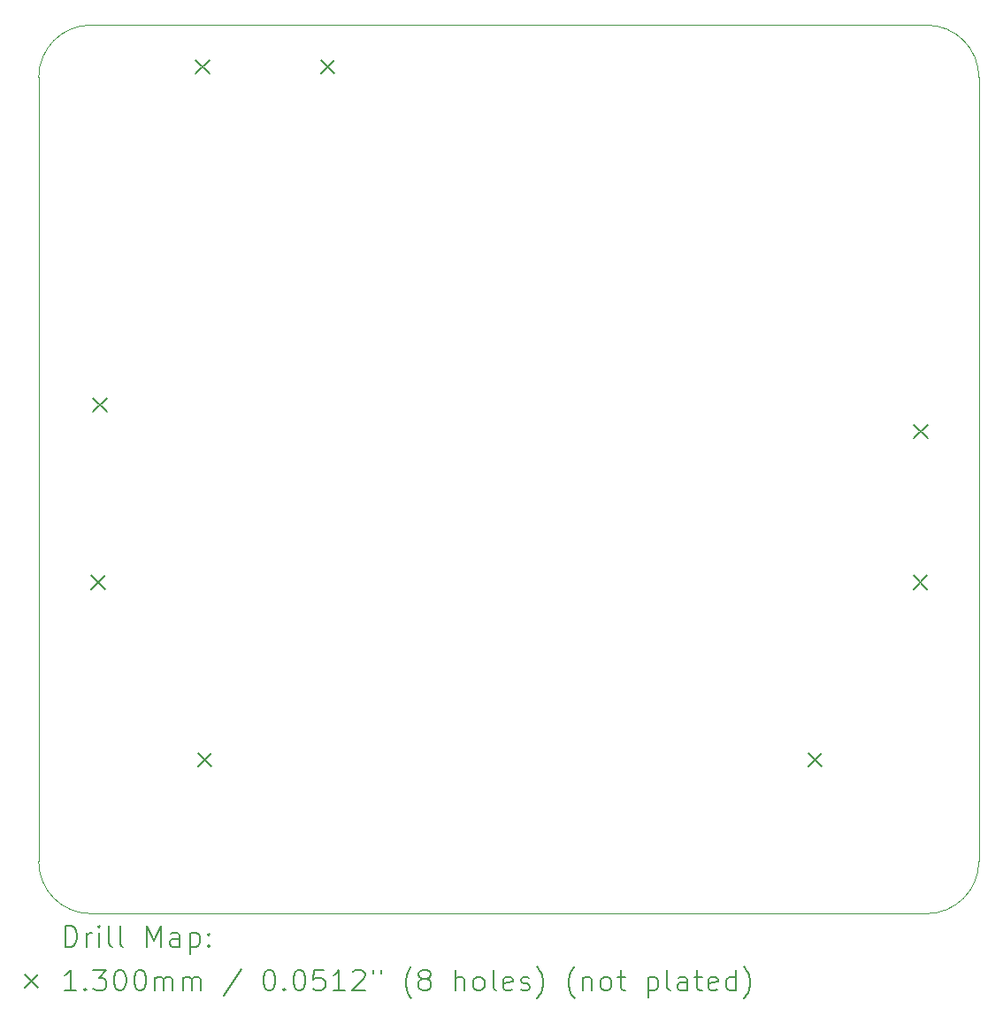
<source format=gbr>
%TF.GenerationSoftware,KiCad,Pcbnew,8.0.1-rc1*%
%TF.CreationDate,2024-04-06T08:29:02-04:00*%
%TF.ProjectId,ESP32_CHUNGUS_RAPIDUS,45535033-325f-4434-9855-4e4755535f52,rev?*%
%TF.SameCoordinates,Original*%
%TF.FileFunction,Drillmap*%
%TF.FilePolarity,Positive*%
%FSLAX45Y45*%
G04 Gerber Fmt 4.5, Leading zero omitted, Abs format (unit mm)*
G04 Created by KiCad (PCBNEW 8.0.1-rc1) date 2024-04-06 08:29:02*
%MOMM*%
%LPD*%
G01*
G04 APERTURE LIST*
%ADD10C,0.100000*%
%ADD11C,0.200000*%
%ADD12C,0.130000*%
G04 APERTURE END LIST*
D10*
X4010000Y-10270000D02*
G75*
G02*
X3510000Y-9770000I0J500000D01*
G01*
X3510000Y-2270000D02*
X3510000Y-9770000D01*
X8010000Y-1770000D02*
X12010000Y-1770000D01*
X12510000Y-9770000D02*
G75*
G02*
X12010000Y-10270000I-500000J0D01*
G01*
X12010000Y-1770000D02*
G75*
G02*
X12510000Y-2270000I0J-500000D01*
G01*
X12510000Y-2270000D02*
X12510000Y-9770000D01*
X8010000Y-1770000D02*
X4010000Y-1770000D01*
X12010000Y-10270000D02*
X4010000Y-10270000D01*
X3510000Y-2270000D02*
G75*
G02*
X4010000Y-1770000I500000J0D01*
G01*
D11*
D12*
X4015000Y-7035000D02*
X4145000Y-7165000D01*
X4145000Y-7035000D02*
X4015000Y-7165000D01*
X4031000Y-5340000D02*
X4161000Y-5470000D01*
X4161000Y-5340000D02*
X4031000Y-5470000D01*
X5015000Y-2105000D02*
X5145000Y-2235000D01*
X5145000Y-2105000D02*
X5015000Y-2235000D01*
X5035000Y-8735000D02*
X5165000Y-8865000D01*
X5165000Y-8735000D02*
X5035000Y-8865000D01*
X6212000Y-2104000D02*
X6342000Y-2234000D01*
X6342000Y-2104000D02*
X6212000Y-2234000D01*
X10875000Y-8735000D02*
X11005000Y-8865000D01*
X11005000Y-8735000D02*
X10875000Y-8865000D01*
X11885000Y-7035000D02*
X12015000Y-7165000D01*
X12015000Y-7035000D02*
X11885000Y-7165000D01*
X11889000Y-5590000D02*
X12019000Y-5720000D01*
X12019000Y-5590000D02*
X11889000Y-5720000D01*
D11*
X3765777Y-10586484D02*
X3765777Y-10386484D01*
X3765777Y-10386484D02*
X3813396Y-10386484D01*
X3813396Y-10386484D02*
X3841967Y-10396008D01*
X3841967Y-10396008D02*
X3861015Y-10415055D01*
X3861015Y-10415055D02*
X3870539Y-10434103D01*
X3870539Y-10434103D02*
X3880062Y-10472198D01*
X3880062Y-10472198D02*
X3880062Y-10500770D01*
X3880062Y-10500770D02*
X3870539Y-10538865D01*
X3870539Y-10538865D02*
X3861015Y-10557912D01*
X3861015Y-10557912D02*
X3841967Y-10576960D01*
X3841967Y-10576960D02*
X3813396Y-10586484D01*
X3813396Y-10586484D02*
X3765777Y-10586484D01*
X3965777Y-10586484D02*
X3965777Y-10453150D01*
X3965777Y-10491246D02*
X3975301Y-10472198D01*
X3975301Y-10472198D02*
X3984824Y-10462674D01*
X3984824Y-10462674D02*
X4003872Y-10453150D01*
X4003872Y-10453150D02*
X4022920Y-10453150D01*
X4089586Y-10586484D02*
X4089586Y-10453150D01*
X4089586Y-10386484D02*
X4080062Y-10396008D01*
X4080062Y-10396008D02*
X4089586Y-10405531D01*
X4089586Y-10405531D02*
X4099110Y-10396008D01*
X4099110Y-10396008D02*
X4089586Y-10386484D01*
X4089586Y-10386484D02*
X4089586Y-10405531D01*
X4213396Y-10586484D02*
X4194348Y-10576960D01*
X4194348Y-10576960D02*
X4184824Y-10557912D01*
X4184824Y-10557912D02*
X4184824Y-10386484D01*
X4318158Y-10586484D02*
X4299110Y-10576960D01*
X4299110Y-10576960D02*
X4289586Y-10557912D01*
X4289586Y-10557912D02*
X4289586Y-10386484D01*
X4546729Y-10586484D02*
X4546729Y-10386484D01*
X4546729Y-10386484D02*
X4613396Y-10529341D01*
X4613396Y-10529341D02*
X4680063Y-10386484D01*
X4680063Y-10386484D02*
X4680063Y-10586484D01*
X4861015Y-10586484D02*
X4861015Y-10481722D01*
X4861015Y-10481722D02*
X4851491Y-10462674D01*
X4851491Y-10462674D02*
X4832444Y-10453150D01*
X4832444Y-10453150D02*
X4794348Y-10453150D01*
X4794348Y-10453150D02*
X4775301Y-10462674D01*
X4861015Y-10576960D02*
X4841967Y-10586484D01*
X4841967Y-10586484D02*
X4794348Y-10586484D01*
X4794348Y-10586484D02*
X4775301Y-10576960D01*
X4775301Y-10576960D02*
X4765777Y-10557912D01*
X4765777Y-10557912D02*
X4765777Y-10538865D01*
X4765777Y-10538865D02*
X4775301Y-10519817D01*
X4775301Y-10519817D02*
X4794348Y-10510293D01*
X4794348Y-10510293D02*
X4841967Y-10510293D01*
X4841967Y-10510293D02*
X4861015Y-10500770D01*
X4956253Y-10453150D02*
X4956253Y-10653150D01*
X4956253Y-10462674D02*
X4975301Y-10453150D01*
X4975301Y-10453150D02*
X5013396Y-10453150D01*
X5013396Y-10453150D02*
X5032444Y-10462674D01*
X5032444Y-10462674D02*
X5041967Y-10472198D01*
X5041967Y-10472198D02*
X5051491Y-10491246D01*
X5051491Y-10491246D02*
X5051491Y-10548389D01*
X5051491Y-10548389D02*
X5041967Y-10567436D01*
X5041967Y-10567436D02*
X5032444Y-10576960D01*
X5032444Y-10576960D02*
X5013396Y-10586484D01*
X5013396Y-10586484D02*
X4975301Y-10586484D01*
X4975301Y-10586484D02*
X4956253Y-10576960D01*
X5137205Y-10567436D02*
X5146729Y-10576960D01*
X5146729Y-10576960D02*
X5137205Y-10586484D01*
X5137205Y-10586484D02*
X5127682Y-10576960D01*
X5127682Y-10576960D02*
X5137205Y-10567436D01*
X5137205Y-10567436D02*
X5137205Y-10586484D01*
X5137205Y-10462674D02*
X5146729Y-10472198D01*
X5146729Y-10472198D02*
X5137205Y-10481722D01*
X5137205Y-10481722D02*
X5127682Y-10472198D01*
X5127682Y-10472198D02*
X5137205Y-10462674D01*
X5137205Y-10462674D02*
X5137205Y-10481722D01*
D12*
X3375000Y-10850000D02*
X3505000Y-10980000D01*
X3505000Y-10850000D02*
X3375000Y-10980000D01*
D11*
X3870539Y-11006484D02*
X3756253Y-11006484D01*
X3813396Y-11006484D02*
X3813396Y-10806484D01*
X3813396Y-10806484D02*
X3794348Y-10835055D01*
X3794348Y-10835055D02*
X3775301Y-10854103D01*
X3775301Y-10854103D02*
X3756253Y-10863627D01*
X3956253Y-10987436D02*
X3965777Y-10996960D01*
X3965777Y-10996960D02*
X3956253Y-11006484D01*
X3956253Y-11006484D02*
X3946729Y-10996960D01*
X3946729Y-10996960D02*
X3956253Y-10987436D01*
X3956253Y-10987436D02*
X3956253Y-11006484D01*
X4032443Y-10806484D02*
X4156253Y-10806484D01*
X4156253Y-10806484D02*
X4089586Y-10882674D01*
X4089586Y-10882674D02*
X4118158Y-10882674D01*
X4118158Y-10882674D02*
X4137205Y-10892198D01*
X4137205Y-10892198D02*
X4146729Y-10901722D01*
X4146729Y-10901722D02*
X4156253Y-10920770D01*
X4156253Y-10920770D02*
X4156253Y-10968389D01*
X4156253Y-10968389D02*
X4146729Y-10987436D01*
X4146729Y-10987436D02*
X4137205Y-10996960D01*
X4137205Y-10996960D02*
X4118158Y-11006484D01*
X4118158Y-11006484D02*
X4061015Y-11006484D01*
X4061015Y-11006484D02*
X4041967Y-10996960D01*
X4041967Y-10996960D02*
X4032443Y-10987436D01*
X4280063Y-10806484D02*
X4299110Y-10806484D01*
X4299110Y-10806484D02*
X4318158Y-10816008D01*
X4318158Y-10816008D02*
X4327682Y-10825531D01*
X4327682Y-10825531D02*
X4337205Y-10844579D01*
X4337205Y-10844579D02*
X4346729Y-10882674D01*
X4346729Y-10882674D02*
X4346729Y-10930293D01*
X4346729Y-10930293D02*
X4337205Y-10968389D01*
X4337205Y-10968389D02*
X4327682Y-10987436D01*
X4327682Y-10987436D02*
X4318158Y-10996960D01*
X4318158Y-10996960D02*
X4299110Y-11006484D01*
X4299110Y-11006484D02*
X4280063Y-11006484D01*
X4280063Y-11006484D02*
X4261015Y-10996960D01*
X4261015Y-10996960D02*
X4251491Y-10987436D01*
X4251491Y-10987436D02*
X4241967Y-10968389D01*
X4241967Y-10968389D02*
X4232444Y-10930293D01*
X4232444Y-10930293D02*
X4232444Y-10882674D01*
X4232444Y-10882674D02*
X4241967Y-10844579D01*
X4241967Y-10844579D02*
X4251491Y-10825531D01*
X4251491Y-10825531D02*
X4261015Y-10816008D01*
X4261015Y-10816008D02*
X4280063Y-10806484D01*
X4470539Y-10806484D02*
X4489586Y-10806484D01*
X4489586Y-10806484D02*
X4508634Y-10816008D01*
X4508634Y-10816008D02*
X4518158Y-10825531D01*
X4518158Y-10825531D02*
X4527682Y-10844579D01*
X4527682Y-10844579D02*
X4537205Y-10882674D01*
X4537205Y-10882674D02*
X4537205Y-10930293D01*
X4537205Y-10930293D02*
X4527682Y-10968389D01*
X4527682Y-10968389D02*
X4518158Y-10987436D01*
X4518158Y-10987436D02*
X4508634Y-10996960D01*
X4508634Y-10996960D02*
X4489586Y-11006484D01*
X4489586Y-11006484D02*
X4470539Y-11006484D01*
X4470539Y-11006484D02*
X4451491Y-10996960D01*
X4451491Y-10996960D02*
X4441967Y-10987436D01*
X4441967Y-10987436D02*
X4432444Y-10968389D01*
X4432444Y-10968389D02*
X4422920Y-10930293D01*
X4422920Y-10930293D02*
X4422920Y-10882674D01*
X4422920Y-10882674D02*
X4432444Y-10844579D01*
X4432444Y-10844579D02*
X4441967Y-10825531D01*
X4441967Y-10825531D02*
X4451491Y-10816008D01*
X4451491Y-10816008D02*
X4470539Y-10806484D01*
X4622920Y-11006484D02*
X4622920Y-10873150D01*
X4622920Y-10892198D02*
X4632444Y-10882674D01*
X4632444Y-10882674D02*
X4651491Y-10873150D01*
X4651491Y-10873150D02*
X4680063Y-10873150D01*
X4680063Y-10873150D02*
X4699110Y-10882674D01*
X4699110Y-10882674D02*
X4708634Y-10901722D01*
X4708634Y-10901722D02*
X4708634Y-11006484D01*
X4708634Y-10901722D02*
X4718158Y-10882674D01*
X4718158Y-10882674D02*
X4737205Y-10873150D01*
X4737205Y-10873150D02*
X4765777Y-10873150D01*
X4765777Y-10873150D02*
X4784825Y-10882674D01*
X4784825Y-10882674D02*
X4794348Y-10901722D01*
X4794348Y-10901722D02*
X4794348Y-11006484D01*
X4889586Y-11006484D02*
X4889586Y-10873150D01*
X4889586Y-10892198D02*
X4899110Y-10882674D01*
X4899110Y-10882674D02*
X4918158Y-10873150D01*
X4918158Y-10873150D02*
X4946729Y-10873150D01*
X4946729Y-10873150D02*
X4965777Y-10882674D01*
X4965777Y-10882674D02*
X4975301Y-10901722D01*
X4975301Y-10901722D02*
X4975301Y-11006484D01*
X4975301Y-10901722D02*
X4984825Y-10882674D01*
X4984825Y-10882674D02*
X5003872Y-10873150D01*
X5003872Y-10873150D02*
X5032444Y-10873150D01*
X5032444Y-10873150D02*
X5051491Y-10882674D01*
X5051491Y-10882674D02*
X5061015Y-10901722D01*
X5061015Y-10901722D02*
X5061015Y-11006484D01*
X5451491Y-10796960D02*
X5280063Y-11054103D01*
X5708634Y-10806484D02*
X5727682Y-10806484D01*
X5727682Y-10806484D02*
X5746729Y-10816008D01*
X5746729Y-10816008D02*
X5756253Y-10825531D01*
X5756253Y-10825531D02*
X5765777Y-10844579D01*
X5765777Y-10844579D02*
X5775301Y-10882674D01*
X5775301Y-10882674D02*
X5775301Y-10930293D01*
X5775301Y-10930293D02*
X5765777Y-10968389D01*
X5765777Y-10968389D02*
X5756253Y-10987436D01*
X5756253Y-10987436D02*
X5746729Y-10996960D01*
X5746729Y-10996960D02*
X5727682Y-11006484D01*
X5727682Y-11006484D02*
X5708634Y-11006484D01*
X5708634Y-11006484D02*
X5689586Y-10996960D01*
X5689586Y-10996960D02*
X5680063Y-10987436D01*
X5680063Y-10987436D02*
X5670539Y-10968389D01*
X5670539Y-10968389D02*
X5661015Y-10930293D01*
X5661015Y-10930293D02*
X5661015Y-10882674D01*
X5661015Y-10882674D02*
X5670539Y-10844579D01*
X5670539Y-10844579D02*
X5680063Y-10825531D01*
X5680063Y-10825531D02*
X5689586Y-10816008D01*
X5689586Y-10816008D02*
X5708634Y-10806484D01*
X5861015Y-10987436D02*
X5870539Y-10996960D01*
X5870539Y-10996960D02*
X5861015Y-11006484D01*
X5861015Y-11006484D02*
X5851491Y-10996960D01*
X5851491Y-10996960D02*
X5861015Y-10987436D01*
X5861015Y-10987436D02*
X5861015Y-11006484D01*
X5994348Y-10806484D02*
X6013396Y-10806484D01*
X6013396Y-10806484D02*
X6032444Y-10816008D01*
X6032444Y-10816008D02*
X6041967Y-10825531D01*
X6041967Y-10825531D02*
X6051491Y-10844579D01*
X6051491Y-10844579D02*
X6061015Y-10882674D01*
X6061015Y-10882674D02*
X6061015Y-10930293D01*
X6061015Y-10930293D02*
X6051491Y-10968389D01*
X6051491Y-10968389D02*
X6041967Y-10987436D01*
X6041967Y-10987436D02*
X6032444Y-10996960D01*
X6032444Y-10996960D02*
X6013396Y-11006484D01*
X6013396Y-11006484D02*
X5994348Y-11006484D01*
X5994348Y-11006484D02*
X5975301Y-10996960D01*
X5975301Y-10996960D02*
X5965777Y-10987436D01*
X5965777Y-10987436D02*
X5956253Y-10968389D01*
X5956253Y-10968389D02*
X5946729Y-10930293D01*
X5946729Y-10930293D02*
X5946729Y-10882674D01*
X5946729Y-10882674D02*
X5956253Y-10844579D01*
X5956253Y-10844579D02*
X5965777Y-10825531D01*
X5965777Y-10825531D02*
X5975301Y-10816008D01*
X5975301Y-10816008D02*
X5994348Y-10806484D01*
X6241967Y-10806484D02*
X6146729Y-10806484D01*
X6146729Y-10806484D02*
X6137206Y-10901722D01*
X6137206Y-10901722D02*
X6146729Y-10892198D01*
X6146729Y-10892198D02*
X6165777Y-10882674D01*
X6165777Y-10882674D02*
X6213396Y-10882674D01*
X6213396Y-10882674D02*
X6232444Y-10892198D01*
X6232444Y-10892198D02*
X6241967Y-10901722D01*
X6241967Y-10901722D02*
X6251491Y-10920770D01*
X6251491Y-10920770D02*
X6251491Y-10968389D01*
X6251491Y-10968389D02*
X6241967Y-10987436D01*
X6241967Y-10987436D02*
X6232444Y-10996960D01*
X6232444Y-10996960D02*
X6213396Y-11006484D01*
X6213396Y-11006484D02*
X6165777Y-11006484D01*
X6165777Y-11006484D02*
X6146729Y-10996960D01*
X6146729Y-10996960D02*
X6137206Y-10987436D01*
X6441967Y-11006484D02*
X6327682Y-11006484D01*
X6384825Y-11006484D02*
X6384825Y-10806484D01*
X6384825Y-10806484D02*
X6365777Y-10835055D01*
X6365777Y-10835055D02*
X6346729Y-10854103D01*
X6346729Y-10854103D02*
X6327682Y-10863627D01*
X6518158Y-10825531D02*
X6527682Y-10816008D01*
X6527682Y-10816008D02*
X6546729Y-10806484D01*
X6546729Y-10806484D02*
X6594348Y-10806484D01*
X6594348Y-10806484D02*
X6613396Y-10816008D01*
X6613396Y-10816008D02*
X6622920Y-10825531D01*
X6622920Y-10825531D02*
X6632444Y-10844579D01*
X6632444Y-10844579D02*
X6632444Y-10863627D01*
X6632444Y-10863627D02*
X6622920Y-10892198D01*
X6622920Y-10892198D02*
X6508634Y-11006484D01*
X6508634Y-11006484D02*
X6632444Y-11006484D01*
X6708634Y-10806484D02*
X6708634Y-10844579D01*
X6784825Y-10806484D02*
X6784825Y-10844579D01*
X7080063Y-11082674D02*
X7070539Y-11073150D01*
X7070539Y-11073150D02*
X7051491Y-11044579D01*
X7051491Y-11044579D02*
X7041968Y-11025531D01*
X7041968Y-11025531D02*
X7032444Y-10996960D01*
X7032444Y-10996960D02*
X7022920Y-10949341D01*
X7022920Y-10949341D02*
X7022920Y-10911246D01*
X7022920Y-10911246D02*
X7032444Y-10863627D01*
X7032444Y-10863627D02*
X7041968Y-10835055D01*
X7041968Y-10835055D02*
X7051491Y-10816008D01*
X7051491Y-10816008D02*
X7070539Y-10787436D01*
X7070539Y-10787436D02*
X7080063Y-10777912D01*
X7184825Y-10892198D02*
X7165777Y-10882674D01*
X7165777Y-10882674D02*
X7156253Y-10873150D01*
X7156253Y-10873150D02*
X7146729Y-10854103D01*
X7146729Y-10854103D02*
X7146729Y-10844579D01*
X7146729Y-10844579D02*
X7156253Y-10825531D01*
X7156253Y-10825531D02*
X7165777Y-10816008D01*
X7165777Y-10816008D02*
X7184825Y-10806484D01*
X7184825Y-10806484D02*
X7222920Y-10806484D01*
X7222920Y-10806484D02*
X7241968Y-10816008D01*
X7241968Y-10816008D02*
X7251491Y-10825531D01*
X7251491Y-10825531D02*
X7261015Y-10844579D01*
X7261015Y-10844579D02*
X7261015Y-10854103D01*
X7261015Y-10854103D02*
X7251491Y-10873150D01*
X7251491Y-10873150D02*
X7241968Y-10882674D01*
X7241968Y-10882674D02*
X7222920Y-10892198D01*
X7222920Y-10892198D02*
X7184825Y-10892198D01*
X7184825Y-10892198D02*
X7165777Y-10901722D01*
X7165777Y-10901722D02*
X7156253Y-10911246D01*
X7156253Y-10911246D02*
X7146729Y-10930293D01*
X7146729Y-10930293D02*
X7146729Y-10968389D01*
X7146729Y-10968389D02*
X7156253Y-10987436D01*
X7156253Y-10987436D02*
X7165777Y-10996960D01*
X7165777Y-10996960D02*
X7184825Y-11006484D01*
X7184825Y-11006484D02*
X7222920Y-11006484D01*
X7222920Y-11006484D02*
X7241968Y-10996960D01*
X7241968Y-10996960D02*
X7251491Y-10987436D01*
X7251491Y-10987436D02*
X7261015Y-10968389D01*
X7261015Y-10968389D02*
X7261015Y-10930293D01*
X7261015Y-10930293D02*
X7251491Y-10911246D01*
X7251491Y-10911246D02*
X7241968Y-10901722D01*
X7241968Y-10901722D02*
X7222920Y-10892198D01*
X7499110Y-11006484D02*
X7499110Y-10806484D01*
X7584825Y-11006484D02*
X7584825Y-10901722D01*
X7584825Y-10901722D02*
X7575301Y-10882674D01*
X7575301Y-10882674D02*
X7556253Y-10873150D01*
X7556253Y-10873150D02*
X7527682Y-10873150D01*
X7527682Y-10873150D02*
X7508634Y-10882674D01*
X7508634Y-10882674D02*
X7499110Y-10892198D01*
X7708634Y-11006484D02*
X7689587Y-10996960D01*
X7689587Y-10996960D02*
X7680063Y-10987436D01*
X7680063Y-10987436D02*
X7670539Y-10968389D01*
X7670539Y-10968389D02*
X7670539Y-10911246D01*
X7670539Y-10911246D02*
X7680063Y-10892198D01*
X7680063Y-10892198D02*
X7689587Y-10882674D01*
X7689587Y-10882674D02*
X7708634Y-10873150D01*
X7708634Y-10873150D02*
X7737206Y-10873150D01*
X7737206Y-10873150D02*
X7756253Y-10882674D01*
X7756253Y-10882674D02*
X7765777Y-10892198D01*
X7765777Y-10892198D02*
X7775301Y-10911246D01*
X7775301Y-10911246D02*
X7775301Y-10968389D01*
X7775301Y-10968389D02*
X7765777Y-10987436D01*
X7765777Y-10987436D02*
X7756253Y-10996960D01*
X7756253Y-10996960D02*
X7737206Y-11006484D01*
X7737206Y-11006484D02*
X7708634Y-11006484D01*
X7889587Y-11006484D02*
X7870539Y-10996960D01*
X7870539Y-10996960D02*
X7861015Y-10977912D01*
X7861015Y-10977912D02*
X7861015Y-10806484D01*
X8041968Y-10996960D02*
X8022920Y-11006484D01*
X8022920Y-11006484D02*
X7984825Y-11006484D01*
X7984825Y-11006484D02*
X7965777Y-10996960D01*
X7965777Y-10996960D02*
X7956253Y-10977912D01*
X7956253Y-10977912D02*
X7956253Y-10901722D01*
X7956253Y-10901722D02*
X7965777Y-10882674D01*
X7965777Y-10882674D02*
X7984825Y-10873150D01*
X7984825Y-10873150D02*
X8022920Y-10873150D01*
X8022920Y-10873150D02*
X8041968Y-10882674D01*
X8041968Y-10882674D02*
X8051491Y-10901722D01*
X8051491Y-10901722D02*
X8051491Y-10920770D01*
X8051491Y-10920770D02*
X7956253Y-10939817D01*
X8127682Y-10996960D02*
X8146730Y-11006484D01*
X8146730Y-11006484D02*
X8184825Y-11006484D01*
X8184825Y-11006484D02*
X8203872Y-10996960D01*
X8203872Y-10996960D02*
X8213396Y-10977912D01*
X8213396Y-10977912D02*
X8213396Y-10968389D01*
X8213396Y-10968389D02*
X8203872Y-10949341D01*
X8203872Y-10949341D02*
X8184825Y-10939817D01*
X8184825Y-10939817D02*
X8156253Y-10939817D01*
X8156253Y-10939817D02*
X8137206Y-10930293D01*
X8137206Y-10930293D02*
X8127682Y-10911246D01*
X8127682Y-10911246D02*
X8127682Y-10901722D01*
X8127682Y-10901722D02*
X8137206Y-10882674D01*
X8137206Y-10882674D02*
X8156253Y-10873150D01*
X8156253Y-10873150D02*
X8184825Y-10873150D01*
X8184825Y-10873150D02*
X8203872Y-10882674D01*
X8280063Y-11082674D02*
X8289587Y-11073150D01*
X8289587Y-11073150D02*
X8308634Y-11044579D01*
X8308634Y-11044579D02*
X8318158Y-11025531D01*
X8318158Y-11025531D02*
X8327682Y-10996960D01*
X8327682Y-10996960D02*
X8337206Y-10949341D01*
X8337206Y-10949341D02*
X8337206Y-10911246D01*
X8337206Y-10911246D02*
X8327682Y-10863627D01*
X8327682Y-10863627D02*
X8318158Y-10835055D01*
X8318158Y-10835055D02*
X8308634Y-10816008D01*
X8308634Y-10816008D02*
X8289587Y-10787436D01*
X8289587Y-10787436D02*
X8280063Y-10777912D01*
X8641968Y-11082674D02*
X8632444Y-11073150D01*
X8632444Y-11073150D02*
X8613396Y-11044579D01*
X8613396Y-11044579D02*
X8603873Y-11025531D01*
X8603873Y-11025531D02*
X8594349Y-10996960D01*
X8594349Y-10996960D02*
X8584825Y-10949341D01*
X8584825Y-10949341D02*
X8584825Y-10911246D01*
X8584825Y-10911246D02*
X8594349Y-10863627D01*
X8594349Y-10863627D02*
X8603873Y-10835055D01*
X8603873Y-10835055D02*
X8613396Y-10816008D01*
X8613396Y-10816008D02*
X8632444Y-10787436D01*
X8632444Y-10787436D02*
X8641968Y-10777912D01*
X8718158Y-10873150D02*
X8718158Y-11006484D01*
X8718158Y-10892198D02*
X8727682Y-10882674D01*
X8727682Y-10882674D02*
X8746730Y-10873150D01*
X8746730Y-10873150D02*
X8775301Y-10873150D01*
X8775301Y-10873150D02*
X8794349Y-10882674D01*
X8794349Y-10882674D02*
X8803873Y-10901722D01*
X8803873Y-10901722D02*
X8803873Y-11006484D01*
X8927682Y-11006484D02*
X8908634Y-10996960D01*
X8908634Y-10996960D02*
X8899111Y-10987436D01*
X8899111Y-10987436D02*
X8889587Y-10968389D01*
X8889587Y-10968389D02*
X8889587Y-10911246D01*
X8889587Y-10911246D02*
X8899111Y-10892198D01*
X8899111Y-10892198D02*
X8908634Y-10882674D01*
X8908634Y-10882674D02*
X8927682Y-10873150D01*
X8927682Y-10873150D02*
X8956254Y-10873150D01*
X8956254Y-10873150D02*
X8975301Y-10882674D01*
X8975301Y-10882674D02*
X8984825Y-10892198D01*
X8984825Y-10892198D02*
X8994349Y-10911246D01*
X8994349Y-10911246D02*
X8994349Y-10968389D01*
X8994349Y-10968389D02*
X8984825Y-10987436D01*
X8984825Y-10987436D02*
X8975301Y-10996960D01*
X8975301Y-10996960D02*
X8956254Y-11006484D01*
X8956254Y-11006484D02*
X8927682Y-11006484D01*
X9051492Y-10873150D02*
X9127682Y-10873150D01*
X9080063Y-10806484D02*
X9080063Y-10977912D01*
X9080063Y-10977912D02*
X9089587Y-10996960D01*
X9089587Y-10996960D02*
X9108634Y-11006484D01*
X9108634Y-11006484D02*
X9127682Y-11006484D01*
X9346730Y-10873150D02*
X9346730Y-11073150D01*
X9346730Y-10882674D02*
X9365777Y-10873150D01*
X9365777Y-10873150D02*
X9403873Y-10873150D01*
X9403873Y-10873150D02*
X9422920Y-10882674D01*
X9422920Y-10882674D02*
X9432444Y-10892198D01*
X9432444Y-10892198D02*
X9441968Y-10911246D01*
X9441968Y-10911246D02*
X9441968Y-10968389D01*
X9441968Y-10968389D02*
X9432444Y-10987436D01*
X9432444Y-10987436D02*
X9422920Y-10996960D01*
X9422920Y-10996960D02*
X9403873Y-11006484D01*
X9403873Y-11006484D02*
X9365777Y-11006484D01*
X9365777Y-11006484D02*
X9346730Y-10996960D01*
X9556254Y-11006484D02*
X9537206Y-10996960D01*
X9537206Y-10996960D02*
X9527682Y-10977912D01*
X9527682Y-10977912D02*
X9527682Y-10806484D01*
X9718158Y-11006484D02*
X9718158Y-10901722D01*
X9718158Y-10901722D02*
X9708635Y-10882674D01*
X9708635Y-10882674D02*
X9689587Y-10873150D01*
X9689587Y-10873150D02*
X9651492Y-10873150D01*
X9651492Y-10873150D02*
X9632444Y-10882674D01*
X9718158Y-10996960D02*
X9699111Y-11006484D01*
X9699111Y-11006484D02*
X9651492Y-11006484D01*
X9651492Y-11006484D02*
X9632444Y-10996960D01*
X9632444Y-10996960D02*
X9622920Y-10977912D01*
X9622920Y-10977912D02*
X9622920Y-10958865D01*
X9622920Y-10958865D02*
X9632444Y-10939817D01*
X9632444Y-10939817D02*
X9651492Y-10930293D01*
X9651492Y-10930293D02*
X9699111Y-10930293D01*
X9699111Y-10930293D02*
X9718158Y-10920770D01*
X9784825Y-10873150D02*
X9861015Y-10873150D01*
X9813396Y-10806484D02*
X9813396Y-10977912D01*
X9813396Y-10977912D02*
X9822920Y-10996960D01*
X9822920Y-10996960D02*
X9841968Y-11006484D01*
X9841968Y-11006484D02*
X9861015Y-11006484D01*
X10003873Y-10996960D02*
X9984825Y-11006484D01*
X9984825Y-11006484D02*
X9946730Y-11006484D01*
X9946730Y-11006484D02*
X9927682Y-10996960D01*
X9927682Y-10996960D02*
X9918158Y-10977912D01*
X9918158Y-10977912D02*
X9918158Y-10901722D01*
X9918158Y-10901722D02*
X9927682Y-10882674D01*
X9927682Y-10882674D02*
X9946730Y-10873150D01*
X9946730Y-10873150D02*
X9984825Y-10873150D01*
X9984825Y-10873150D02*
X10003873Y-10882674D01*
X10003873Y-10882674D02*
X10013396Y-10901722D01*
X10013396Y-10901722D02*
X10013396Y-10920770D01*
X10013396Y-10920770D02*
X9918158Y-10939817D01*
X10184825Y-11006484D02*
X10184825Y-10806484D01*
X10184825Y-10996960D02*
X10165777Y-11006484D01*
X10165777Y-11006484D02*
X10127682Y-11006484D01*
X10127682Y-11006484D02*
X10108635Y-10996960D01*
X10108635Y-10996960D02*
X10099111Y-10987436D01*
X10099111Y-10987436D02*
X10089587Y-10968389D01*
X10089587Y-10968389D02*
X10089587Y-10911246D01*
X10089587Y-10911246D02*
X10099111Y-10892198D01*
X10099111Y-10892198D02*
X10108635Y-10882674D01*
X10108635Y-10882674D02*
X10127682Y-10873150D01*
X10127682Y-10873150D02*
X10165777Y-10873150D01*
X10165777Y-10873150D02*
X10184825Y-10882674D01*
X10261016Y-11082674D02*
X10270539Y-11073150D01*
X10270539Y-11073150D02*
X10289587Y-11044579D01*
X10289587Y-11044579D02*
X10299111Y-11025531D01*
X10299111Y-11025531D02*
X10308635Y-10996960D01*
X10308635Y-10996960D02*
X10318158Y-10949341D01*
X10318158Y-10949341D02*
X10318158Y-10911246D01*
X10318158Y-10911246D02*
X10308635Y-10863627D01*
X10308635Y-10863627D02*
X10299111Y-10835055D01*
X10299111Y-10835055D02*
X10289587Y-10816008D01*
X10289587Y-10816008D02*
X10270539Y-10787436D01*
X10270539Y-10787436D02*
X10261016Y-10777912D01*
M02*

</source>
